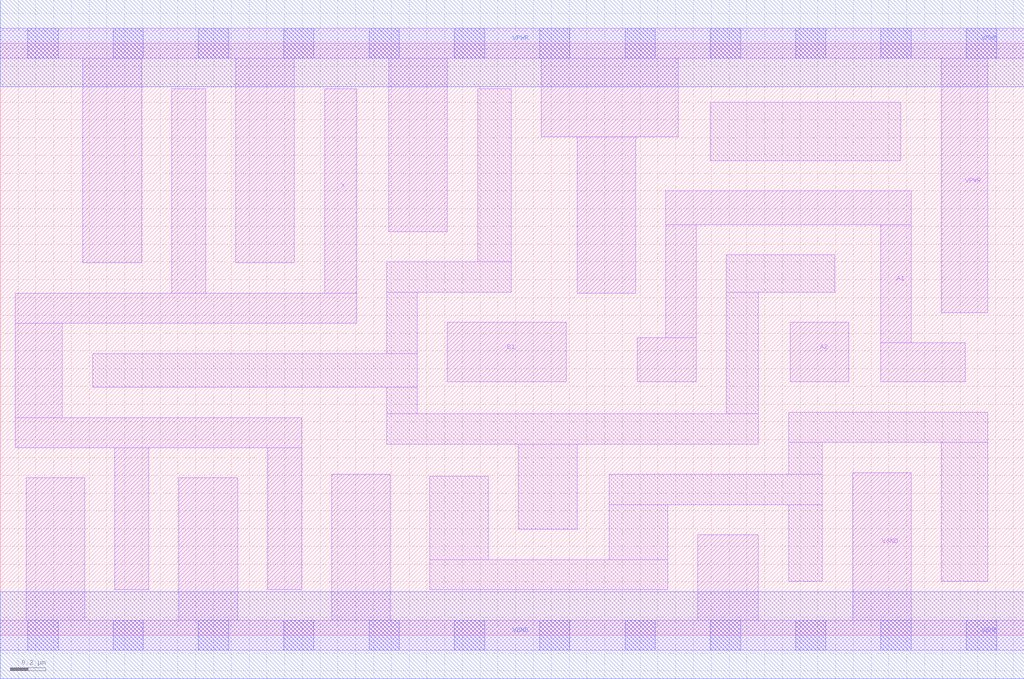
<source format=lef>
# Copyright 2020 The SkyWater PDK Authors
#
# Licensed under the Apache License, Version 2.0 (the "License");
# you may not use this file except in compliance with the License.
# You may obtain a copy of the License at
#
#     https://www.apache.org/licenses/LICENSE-2.0
#
# Unless required by applicable law or agreed to in writing, software
# distributed under the License is distributed on an "AS IS" BASIS,
# WITHOUT WARRANTIES OR CONDITIONS OF ANY KIND, either express or implied.
# See the License for the specific language governing permissions and
# limitations under the License.
#
# SPDX-License-Identifier: Apache-2.0

VERSION 5.7 ;
  NAMESCASESENSITIVE ON ;
  NOWIREEXTENSIONATPIN ON ;
  DIVIDERCHAR "/" ;
  BUSBITCHARS "[]" ;
UNITS
  DATABASE MICRONS 200 ;
END UNITS
MACRO sky130_fd_sc_lp__o21a_4
  CLASS CORE ;
  SOURCE USER ;
  FOREIGN sky130_fd_sc_lp__o21a_4 ;
  ORIGIN  0.000000  0.000000 ;
  SIZE  5.760000 BY  3.330000 ;
  SYMMETRY X Y R90 ;
  SITE unit ;
  PIN A1
    ANTENNAGATEAREA  0.630000 ;
    DIRECTION INPUT ;
    USE SIGNAL ;
    PORT
      LAYER li1 ;
        RECT 3.585000 1.425000 3.915000 1.675000 ;
        RECT 3.745000 1.675000 3.915000 2.310000 ;
        RECT 3.745000 2.310000 5.125000 2.500000 ;
        RECT 4.955000 1.425000 5.430000 1.645000 ;
        RECT 4.955000 1.645000 5.125000 2.310000 ;
    END
  END A1
  PIN A2
    ANTENNAGATEAREA  0.630000 ;
    DIRECTION INPUT ;
    USE SIGNAL ;
    PORT
      LAYER li1 ;
        RECT 4.445000 1.425000 4.775000 1.760000 ;
    END
  END A2
  PIN B1
    ANTENNAGATEAREA  0.630000 ;
    DIRECTION INPUT ;
    USE SIGNAL ;
    PORT
      LAYER li1 ;
        RECT 2.515000 1.425000 3.185000 1.760000 ;
    END
  END B1
  PIN X
    ANTENNADIFFAREA  1.176000 ;
    DIRECTION OUTPUT ;
    USE SIGNAL ;
    PORT
      LAYER li1 ;
        RECT 0.085000 1.055000 1.695000 1.225000 ;
        RECT 0.085000 1.225000 0.350000 1.755000 ;
        RECT 0.085000 1.755000 2.005000 1.925000 ;
        RECT 0.645000 0.255000 0.835000 1.055000 ;
        RECT 0.965000 1.925000 1.155000 3.075000 ;
        RECT 1.505000 0.255000 1.695000 1.055000 ;
        RECT 1.825000 1.925000 2.005000 3.075000 ;
    END
  END X
  PIN VGND
    DIRECTION INOUT ;
    USE GROUND ;
    PORT
      LAYER li1 ;
        RECT 0.000000 -0.085000 5.760000 0.085000 ;
        RECT 0.145000  0.085000 0.475000 0.885000 ;
        RECT 1.005000  0.085000 1.335000 0.885000 ;
        RECT 1.865000  0.085000 2.195000 0.905000 ;
        RECT 3.925000  0.085000 4.265000 0.565000 ;
        RECT 4.795000  0.085000 5.125000 0.915000 ;
      LAYER mcon ;
        RECT 0.155000 -0.085000 0.325000 0.085000 ;
        RECT 0.635000 -0.085000 0.805000 0.085000 ;
        RECT 1.115000 -0.085000 1.285000 0.085000 ;
        RECT 1.595000 -0.085000 1.765000 0.085000 ;
        RECT 2.075000 -0.085000 2.245000 0.085000 ;
        RECT 2.555000 -0.085000 2.725000 0.085000 ;
        RECT 3.035000 -0.085000 3.205000 0.085000 ;
        RECT 3.515000 -0.085000 3.685000 0.085000 ;
        RECT 3.995000 -0.085000 4.165000 0.085000 ;
        RECT 4.475000 -0.085000 4.645000 0.085000 ;
        RECT 4.955000 -0.085000 5.125000 0.085000 ;
        RECT 5.435000 -0.085000 5.605000 0.085000 ;
      LAYER met1 ;
        RECT 0.000000 -0.245000 5.760000 0.245000 ;
    END
  END VGND
  PIN VPWR
    DIRECTION INOUT ;
    USE POWER ;
    PORT
      LAYER li1 ;
        RECT 0.000000 3.245000 5.760000 3.415000 ;
        RECT 0.465000 2.095000 0.795000 3.245000 ;
        RECT 1.325000 2.095000 1.655000 3.245000 ;
        RECT 2.185000 2.270000 2.515000 3.245000 ;
        RECT 3.045000 2.805000 3.815000 3.245000 ;
        RECT 3.245000 1.925000 3.575000 2.805000 ;
        RECT 5.295000 1.815000 5.555000 3.245000 ;
      LAYER mcon ;
        RECT 0.155000 3.245000 0.325000 3.415000 ;
        RECT 0.635000 3.245000 0.805000 3.415000 ;
        RECT 1.115000 3.245000 1.285000 3.415000 ;
        RECT 1.595000 3.245000 1.765000 3.415000 ;
        RECT 2.075000 3.245000 2.245000 3.415000 ;
        RECT 2.555000 3.245000 2.725000 3.415000 ;
        RECT 3.035000 3.245000 3.205000 3.415000 ;
        RECT 3.515000 3.245000 3.685000 3.415000 ;
        RECT 3.995000 3.245000 4.165000 3.415000 ;
        RECT 4.475000 3.245000 4.645000 3.415000 ;
        RECT 4.955000 3.245000 5.125000 3.415000 ;
        RECT 5.435000 3.245000 5.605000 3.415000 ;
      LAYER met1 ;
        RECT 0.000000 3.085000 5.760000 3.575000 ;
    END
  END VPWR
  OBS
    LAYER li1 ;
      RECT 0.520000 1.395000 2.345000 1.585000 ;
      RECT 2.175000 1.075000 4.265000 1.245000 ;
      RECT 2.175000 1.245000 2.345000 1.395000 ;
      RECT 2.175000 1.585000 2.345000 1.930000 ;
      RECT 2.175000 1.930000 2.875000 2.100000 ;
      RECT 2.415000 0.255000 3.755000 0.425000 ;
      RECT 2.415000 0.425000 2.745000 0.895000 ;
      RECT 2.685000 2.100000 2.875000 3.075000 ;
      RECT 2.915000 0.595000 3.245000 1.075000 ;
      RECT 3.425000 0.425000 3.755000 0.735000 ;
      RECT 3.425000 0.735000 4.625000 0.905000 ;
      RECT 3.995000 2.670000 5.065000 3.000000 ;
      RECT 4.085000 1.245000 4.265000 1.930000 ;
      RECT 4.085000 1.930000 4.695000 2.140000 ;
      RECT 4.435000 0.305000 4.625000 0.735000 ;
      RECT 4.435000 0.905000 4.625000 1.085000 ;
      RECT 4.435000 1.085000 5.555000 1.255000 ;
      RECT 5.295000 0.305000 5.555000 1.085000 ;
  END
END sky130_fd_sc_lp__o21a_4

</source>
